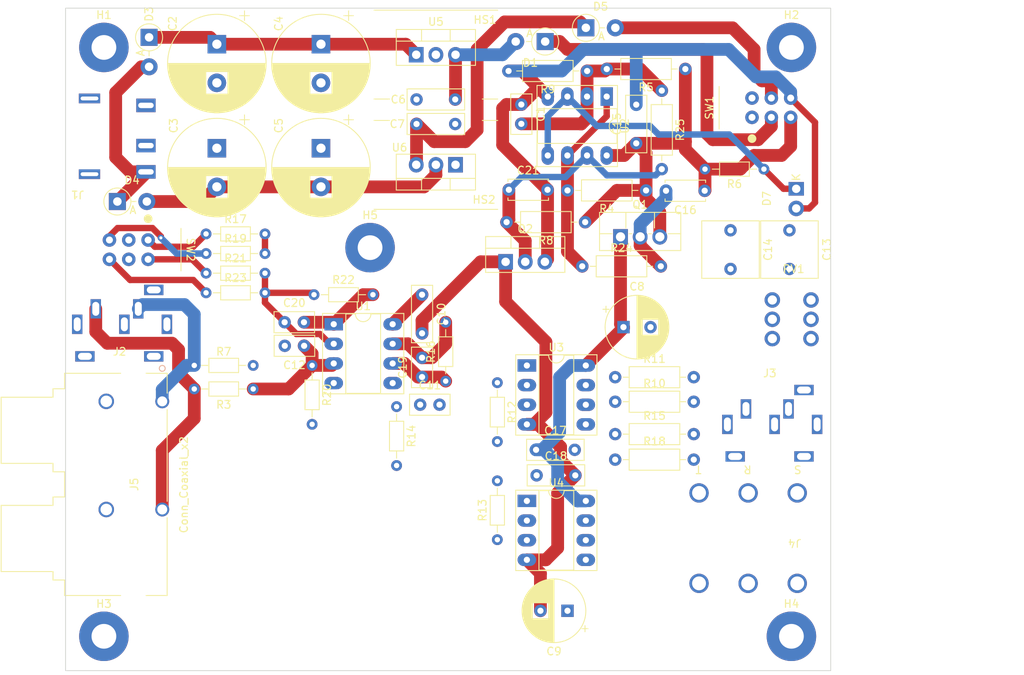
<source format=kicad_pcb>
(kicad_pcb (version 20211014) (generator pcbnew)
  (layers (0 "F.Cu" signal) (31 "B.Cu" power) (34 "B.Paste" user) (35 "F.Paste" user) (36 "B.SilkS" user "B.Silkscreen") (37 "F.SilkS" user "F.Silkscreen") (38 "B.Mask" user) (39 "F.Mask" user) (44 "Edge.Cuts" user))
  (net 0 "")
  (net 1 "/Power Supply/VAC-")
  (net 2 "Net-(C1-Pad2)")
  (net 3 "Net-(C2-Pad1)")
  (net 4 "GND")
  (net 5 "Net-(C3-Pad2)")
  (net 6 "Net-(C6-Pad1)")
  (net 7 "Net-(C7-Pad2)")
  (net 8 "+12V")
  (net 9 "-12V")
  (net 10 "Net-(C11-Pad1)")
  (net 11 "Net-(C12-Pad1)")
  (net 12 "/L_PRE")
  (net 13 "Net-(C13-Pad2)")
  (net 14 "/R_PRE")
  (net 15 "Net-(C14-Pad2)")
  (net 16 "/Power Supply/VAC+")
  (net 17 "Net-(C16-Pad2)")
  (net 18 "/R_GAIN")
  (net 19 "/L_GAIN")
  (net 20 "Net-(C21-Pad1)")
  (net 21 "Net-(D1-Pad1)")
  (net 22 "Net-(D3-Pad2)")
  (net 23 "Net-(D5-Pad2)")
  (net 24 "Net-(D7-Pad2)")
  (net 25 "GNDREF")
  (net 26 "/R_OUT")
  (net 27 "/L_OUT")
  (net 28 "/L_IN")
  (net 29 "Net-(R24-Pad1)")
  (net 30 "/R_IN")
  (net 31 "Net-(R10-Pad1)")
  (net 32 "Net-(R11-Pad1)")
  (net 33 "Net-(R15-Pad1)")
  (net 34 "Net-(R17-Pad1)")
  (net 35 "Net-(R18-Pad1)")
  (net 36 "Net-(R19-Pad1)")
  (net 37 "Net-(R21-Pad1)")
  (net 38 "Net-(R23-Pad1)")
  (net 41 "/L_VOL")
  (net 42 "/R_VOL")
  (footprint "Capacitor_THT:C_Rect_L7.2mm_W7.2mm_P5.00mm_FKS2_FKP2_MKS2_MKP2" (layer "F.Cu") (at 200.406 77.002 -90)
    (fp_text reference "C13")
    (fp_text value "2u2")
  )
  (footprint "Package_TO_SOT_THT:TO-220-3_Vertical" (layer "F.Cu") (at 163.703 81.082)
    (fp_text reference "Q2")
    (fp_text value "FQPF10N20C")
  )
  (footprint "uAmp-O2-Library:Connector_BarrelJack_Switchcraft_RAPC712S" (layer "F.Cu") (at 110.8964 66.04 180)
    (fp_text reference "J1")
    (fp_text value "Barrel_Jack_Switch")
  )
  (footprint "Resistor_THT:R_Axial_DIN0204_L3.6mm_D1.6mm_P7.62mm_Horizontal" (layer "F.Cu") (at 155.956 96.52 90)
    (fp_text reference "R16")
    (fp_text value "1k5")
  )
  (footprint "Resistor_THT:R_Axial_DIN0204_L3.6mm_D1.6mm_P7.62mm_Horizontal" (layer "F.Cu") (at 131.064 94.488 180)
    (fp_text reference "R7")
    (fp_text value "274")
  )
  (footprint "Resistor_THT:R_Axial_DIN0204_L3.6mm_D1.6mm_P7.62mm_Horizontal" (layer "F.Cu") (at 149.606 99.822 -90)
    (fp_text reference "R14")
    (fp_text value "10k")
  )
  (footprint "Capacitor_THT:C_Rect_L7.2mm_W2.5mm_P5.00mm_FKS2_FKP2_MKS2_MKP2" (layer "F.Cu") (at 157.186 63.246 180)
    (fp_text reference "C7")
    (fp_text value "0u22")
  )
  (footprint "Resistor_THT:R_Axial_DIN0207_L6.3mm_D2.5mm_P10.16mm_Horizontal" (layer "F.Cu") (at 174.244 56.388 180)
    (fp_text reference "R9")
    (fp_text value "33k")
  )
  (footprint "uAmp-O2-Library:PJRAS2X1S01AUX" (layer "F.Cu") (at 119.304 99.137825 -90)
    (fp_text reference "J5")
    (fp_text value "Conn_Coaxial_x2")
  )
  (footprint "MountingHole:MountingHole_3.2mm_M3_Pad" (layer "F.Cu") (at 200.66 53.34)
    (fp_text reference "H2")
    (fp_text value "M2")
  )
  (footprint "MountingHole:MountingHole_3.2mm_M3_Pad" (layer "F.Cu") (at 111.76 53.34)
    (fp_text reference "H1")
    (fp_text value "M2")
  )
  (footprint "Resistor_THT:R_Axial_DIN0204_L3.6mm_D1.6mm_P7.62mm_Horizontal" (layer "F.Cu") (at 123.444 97.536)
    (fp_text reference "R3")
    (fp_text value "274")
  )
  (footprint "Resistor_THT:R_Axial_DIN0204_L3.6mm_D1.6mm_P7.62mm_Horizontal" (layer "F.Cu") (at 124.968 85.09)
    (fp_text reference "R23")
    (fp_text value "274")
  )
  (footprint "Capacitor_THT:C_Disc_D5.0mm_W2.5mm_P2.50mm" (layer "F.Cu") (at 152.654 99.568)
    (fp_text reference "C11")
    (fp_text value "220p")
  )
  (footprint "Diode_THT:D_DO-41_SOD81_P3.81mm_Vertical_AnodeUp" (layer "F.Cu") (at 113.501818 73.279)
    (fp_text reference "D4")
    (fp_text value "1N4002")
  )
  (footprint "Resistor_THT:R_Axial_DIN0204_L3.6mm_D1.6mm_P7.62mm_Horizontal" (layer "F.Cu") (at 124.968 82.55)
    (fp_text reference "R21")
    (fp_text value "1k")
  )
  (footprint "MountingHole:MountingHole_3.2mm_M3_Pad" (layer "F.Cu") (at 111.76 129.54)
    (fp_text reference "H3")
    (fp_text value "M2")
  )
  (footprint "Package_DIP:DIP-8_W7.62mm_Socket_LongPads" (layer "F.Cu") (at 141.478 89.154)
    (fp_text reference "U1")
    (fp_text value "NJM2068D")
  )
  (footprint "Capacitor_THT:C_Disc_D5.0mm_W2.5mm_P2.50mm" (layer "F.Cu") (at 152.898 95.992 90)
    (fp_text reference "C19")
    (fp_text value "220p")
  )
  (footprint "Resistor_THT:R_Axial_DIN0207_L6.3mm_D2.5mm_P10.16mm_Horizontal" (layer "F.Cu") (at 183.896 58.928 -90)
    (fp_text reference "R25")
    (fp_text value "1M5")
  )
  (footprint "Capacitor_THT:CP_Radial_D12.5mm_P5.00mm" (layer "F.Cu") (at 126.365 66.383041 -90)
    (fp_text reference "C3")
    (fp_text value "470u")
  )
  (footprint "Capacitor_THT:C_Disc_D5.0mm_W2.5mm_P2.50mm" (layer "F.Cu") (at 165.735 60.726 -90)
    (fp_text reference "C1")
    (fp_text value "1u")
  )
  (footprint "Resistor_THT:R_Axial_DIN0204_L3.6mm_D1.6mm_P7.62mm_Horizontal" (layer "F.Cu") (at 197.104 69.088 180)
    (fp_text reference "R6")
    (fp_text value "40k2")
  )
  (footprint "Capacitor_THT:CP_Radial_D8.0mm_P3.50mm" (layer "F.Cu") (at 171.705651 126.238 180)
    (fp_text reference "C9")
    (fp_text value "220u")
  )
  (footprint "Resistor_THT:R_Axial_DIN0207_L6.3mm_D2.5mm_P10.16mm_Horizontal" (layer "F.Cu") (at 186.944 56.134 180)
    (fp_text reference "R5")
    (fp_text value "270k")
  )
  (footprint "Resistor_THT:R_Axial_DIN0204_L3.6mm_D1.6mm_P7.62mm_Horizontal" (layer "F.Cu") (at 162.6325 96.72 -90)
    (fp_text reference "R12")
    (fp_text value "40k2")
  )
  (footprint "uAmp-O2-Library:Switch_Button_DPDT_C&K_PN22SJNA03QE" (layer "F.Cu") (at 195.565 59.89)
    (fp_text reference "SW1")
    (fp_text value "SW_DPDT_x2")
  )
  (footprint "Resistor_THT:R_Axial_DIN0204_L3.6mm_D1.6mm_P7.62mm_Horizontal" (layer "F.Cu") (at 124.968 77.47)
    (fp_text reference "R17")
    (fp_text value "1k")
  )
  (footprint "uAmp-O2-Library:Connector_AudioJack_1.8mmTRS_SJ13535NS" (layer "F.Cu") (at 190.8841 101.219)
    (fp_text reference "J3")
    (fp_text value "AudioJack3_Switch")
  )
  (footprint "Capacitor_THT:C_Rect_L7.2mm_W2.5mm_P5.00mm_FKS2_FKP2_MKS2_MKP2" (layer "F.Cu") (at 167.7125 108.712)
    (fp_text reference "C18")
    (fp_text value "0u22")
  )
  (footprint "Resistor_THT:R_Axial_DIN0204_L3.6mm_D1.6mm_P7.62mm_Horizontal" (layer "F.Cu") (at 138.684 94.488 -90)
    (fp_text reference "R20")
    (fp_text value "10k")
  )
  (footprint "Capacitor_THT:C_Disc_D5.0mm_W2.5mm_P2.50mm" (layer "F.Cu") (at 137.648 91.948 180)
    (fp_text reference "C12")
    (fp_text value "220p")
  )
  (footprint "Package_DIP:DIP-8_W7.62mm_Socket_LongPads" (layer "F.Cu") (at 166.4525 94.498)
    (fp_text reference "U3")
    (fp_text value "NJM4556A")
  )
  (footprint "Package_DIP:DIP-8_W7.62mm_Socket_LongPads" (layer "F.Cu") (at 166.4525 112.024)
    (fp_text reference "U4")
    (fp_text value "NJM4556A")
  )
  (footprint "Resistor_THT:R_Axial_DIN0204_L3.6mm_D1.6mm_P7.62mm_Horizontal" (layer "F.Cu") (at 124.968 80.01)
    (fp_text reference "R19")
    (fp_text value "274")
  )
  (footprint "Capacitor_THT:C_Rect_L7.2mm_W2.5mm_P5.00mm_FKS2_FKP2_MKS2_MKP2" (layer "F.Cu") (at 157.186 60.071 180)
    (fp_text reference "C6")
    (fp_text value "0u22")
  )
  (footprint "Package_TO_SOT_THT:TO-220-3_Vertical" (layer "F.Cu") (at 157.226 68.524 180)
    (fp_text reference "U6")
    (fp_text value "MC7912ACTG")
  )
  (footprint "MountingHole:MountingHole_3.2mm_M3_Pad" (layer "F.Cu") (at 200.66 129.54)
    (fp_text reference "H4")
    (fp_text value "M2")
  )
  (footprint "uAmp-O2-Library:Heatsink_CUI_HSE-B2111-038" (layer "F.Cu") (at 154.686 74.041 180)
    (fp_text reference "HS2")
    (fp_text value "HSE-B2111-038" hide)
  )
  (footprint "uAmp-O2-Library:Connector_AudioJack_1.8mmTRS_SJ13535NS" (layer "F.Cu") (at 106.807 88.265)
    (fp_text reference "J2")
    (fp_text value "AudioJack3_Switch")
  )
  (footprint "uAmp-O2-Library:Switch_Button_DPDT_C&K_PN22SJNA03QE" (layer "F.Cu") (at 117.475 80.7575 180)
    (fp_text reference "SW2")
    (fp_text value "SW_GAIN")
  )
  (footprint "Capacitor_THT:C_Rect_L7.2mm_W2.5mm_P5.00mm_FKS2_FKP2_MKS2_MKP2" (layer "F.Cu") (at 152.898 85.334 -90)
    (fp_text reference "C10")
    (fp_text value "0u22")
  )
  (footprint "Resistor_THT:R_Axial_DIN0207_L6.3mm_D2.5mm_P10.16mm_Horizontal" (layer "F.Cu") (at 173.609 81.661)
    (fp_text reference "R24")
    (fp_text value "270k")
  )
  (footprint "Capacitor_THT:C_Rect_L7.2mm_W7.2mm_P5.00mm_FKS2_FKP2_MKS2_MKP2" (layer "F.Cu") (at 192.786 77.002 -90)
    (fp_text reference "C14")
    (fp_text value "2u2")
  )
  (footprint "Capacitor_THT:CP_Radial_D8.0mm_P3.50mm" (layer "F.Cu") (at 178.941349 89.535)
    (fp_text reference "C8")
    (fp_text value "220u")
  )
  (footprint "MountingHole:MountingHole_3.2mm_M3_Pad" (layer "F.Cu") (at 146.177 79.248)
    (fp_text reference "H5")
    (fp_text value "M2")
  )
  (footprint "uAmp-O2-Library:Potentiometer_Bourns_PTD902" (layer "F.Cu") (at 198.1925 88.519)
    (fp_text reference "RV1")
    (fp_text value "10k RK09")
  )
  (footprint "Resistor_THT:R_Axial_DIN0204_L3.6mm_D1.6mm_P7.62mm_Horizontal" (layer "F.Cu") (at 162.6325 117.04 90)
    (fp_text reference "R13")
    (fp_text value "40k2")
  )
  (footprint "Capacitor_THT:CP_Radial_D12.5mm_P5.00mm" (layer "F.Cu") (at 126.365 52.921041 -90)
    (fp_text reference "C2")
    (fp_text value "470u")
  )
  (footprint "uAmp-O2-Library:Heatsink_CUI_HSE-B2111-038" (layer "F.Cu") (at 154.686 48.768)
    (fp_text reference "HS1")
    (fp_text value "HSE-B2111-038" hide)
  )
  (footprint "Capacitor_THT:C_Rect_L7.2mm_W2.5mm_P5.00mm_FKS2_FKP2_MKS2_MKP2" (layer "F.Cu") (at 180.594 65.746 90)
    (fp_text reference "C15")
    (fp_text value "0u22")
  )
  (footprint "Capacitor_THT:CP_Radial_D12.5mm_P5.00mm" (layer "F.Cu") (at 139.827 66.383041 -90)
    (fp_text reference "C5")
    (fp_text value "470u")
  )
  (footprint "Diode_THT:D_DO-41_SOD81_P3.81mm_Vertical_AnodeUp" (layer "F.Cu") (at 174.080818 50.8)
    (fp_text reference "D5")
    (fp_text value "1N5818")
  )
  (footprint "Package_TO_SOT_THT:TO-220-3_Vertical" (layer "F.Cu") (at 152.146 54.285)
    (fp_text reference "U5")
    (fp_text value "MC7812ACTG")
  )
  (footprint "Capacitor_THT:CP_Radial_D12.5mm_P5.00mm" (layer "F.Cu") (at 139.827 52.921041 -90)
    (fp_text reference "C4")
    (fp_text value "470u")
  )
  (footprint "Resistor_THT:R_Axial_DIN0207_L6.3mm_D2.5mm_P10.16mm_Horizontal" (layer "F.Cu") (at 177.8725 106.68)
    (fp_text reference "R18")
    (fp_text value "1")
  )
  (footprint "Capacitor_THT:C_Disc_D5.0mm_W2.5mm_P5.00mm" (layer "F.Cu") (at 189.444 71.882 180)
    (fp_text reference "C16")
    (fp_text value "0u022")
  )
  (footprint "Resistor_THT:R_Axial_DIN0207_L6.3mm_D2.5mm_P10.16mm_Horizontal" (layer "F.Cu") (at 177.8725 103.378)
    (fp_text reference "R15")
    (fp_text value "1")
  )
  (footprint "Capacitor_THT:C_Disc_D5.0mm_W2.5mm_P5.00mm" (layer "F.Cu") (at 164.124 71.755)
    (fp_text reference "C21")
    (fp_text value "0u022")
  )
  (footprint "uAmp-O2-Library:LED_Dialight_551" (layer "F.Cu") (at 201.2815 72.903 90)
    (fp_text reference "D7")
    (fp_text value "LED")
  )
  (footprint "uAmp-O2-Library:Connector_AudioJack_3.5mmTRS_IO-TJ6HH" (layer "F.Cu") (at 205.6638 116.84 180)
    (fp_text reference "J4")
    (fp_text value "AudioJack3_Switch")
  )
  (footprint "Package_DIP:DIP-8_W7.62mm_Socket_LongPads" (layer "F.Cu") (at 176.774 59.7 -90)
    (fp_text reference "U2")
    (fp_text value "NJM2903D")
  )
  (footprint "Resistor_THT:R_Axial_DIN0207_L6.3mm_D2.5mm_P10.16mm_Horizontal" (layer "F.Cu") (at 177.8725 96.012)
    (fp_text reference "R11")
    (fp_text value "1")
  )
  (footprint "Capacitor_THT:C_Disc_D5.0mm_W2.5mm_P2.50mm" (layer "F.Cu") (at 135.128 88.9)
    (fp_text reference "C20")
    (fp_text value "220p")
  )
  (footprint "Capacitor_THT:C_Rect_L7.2mm_W2.5mm_P5.00mm_FKS2_FKP2_MKS2_MKP2" (layer "F.Cu") (at 167.64 105.41)
    (fp_text reference "C17")
    (fp_text value "0u22")
  )
  (footprint "Diode_THT:D_DO-41_SOD81_P3.81mm_Vertical_AnodeUp" (layer "F.Cu") (at 117.602 52.033818 -90)
    (fp_text reference "D3")
    (fp_text value "1N4002")
  )
  (footprint "Resistor_THT:R_Axial_DIN0207_L6.3mm_D2.5mm_P10.16mm_Horizontal" (layer "F.Cu") (at 177.8725 99.187)
    (fp_text reference "R10")
    (fp_text value "1")
  )
  (footprint "Resistor_THT:R_Axial_DIN0204_L3.6mm_D1.6mm_P7.62mm_Horizontal" (layer "F.Cu") (at 138.928 85.334)
    (fp_text reference "R22")
    (fp_text value "1k5")
  )
  (footprint "Diode_THT:D_DO-41_SOD81_P3.81mm_Vertical_AnodeUp" (layer "F.Cu") (at 168.819183 52.578 180)
    (fp_text reference "D1")
    (fp_text value "1N5818")
  )
  (footprint "Package_TO_SOT_THT:TO-220F-3_Vertical" (layer "F.Cu") (at 178.562 77.851)
    (fp_text reference "Q1")
    (fp_text value "FQU17P06T")
  )
  (footprint "Resistor_THT:R_Axial_DIN0207_L6.3mm_D2.5mm_P10.16mm_Horizontal" (layer "F.Cu") (at 181.864 71.842 180)
    (fp_text reference "R4")
    (fp_text value "270k")
  )
  (footprint "Resistor_THT:R_Axial_DIN0207_L6.3mm_D2.5mm_P10.16mm_Horizontal" (layer "F.Cu") (at 173.99 75.946 180)
    (fp_text reference "R8")
    (fp_text value "270k")
  )
  (gr_rect (start 106.807 48.26) (end 205.74 133.985) (layer "Edge.Cuts") (width 0.1) (fill none))
  (segment (start 169.124 80.741) (end 168.783 81.082) (width 1.65) (layer "F.Cu") (net 1))
  (segment (start 163.81 60.726) (end 163.322 61.214) (width 1.65) (layer "F.Cu") (net 1))
  (segment (start 203.708 73.406) (end 203.708 63.033) (width 0.825) (layer "F.Cu") (net 1))
  (segment (start 201.2815 74.173) (end 202.941 74.173) (width 0.825) (layer "F.Cu") (net 1))
  (segment (start 203.708 63.033) (end 200.565 59.89) (width 0.825) (layer "F.Cu") (net 1))
  (segment (start 163.322 61.214) (end 163.322 65.953) (width 1.65) (layer "F.Cu") (net 1))
  (segment (start 169.124 71.755) (end 169.124 80.741) (width 1.65) (layer "F.Cu") (net 1))
  (segment (start 165.842 56.388) (end 164.084 56.388) (width 1.65) (layer "F.Cu") (net 1))
  (segment (start 169.154 59.7) (end 168.138 58.684) (width 1.65) (layer "F.Cu") (net 1))
  (segment (start 168.138 58.684) (end 165.842 56.388) (width 1.65) (layer "F.Cu") (net 1))
  (segment (start 165.735 60.726) (end 163.81 60.726) (width 1.65) (layer "F.Cu") (net 1))
  (segment (start 167.777 58.684) (end 168.138 58.684) (width 1.65) (layer "F.Cu") (net 1))
  (segment (start 163.322 65.953) (end 169.124 71.755) (width 1.65) (layer "F.Cu") (net 1))
  (segment (start 165.735 60.726) (end 167.777 58.684) (width 1.65) (layer "F.Cu") (net 1))
  (segment (start 202.941 74.173) (end 203.708 73.406) (width 0.825) (layer "F.Cu") (net 1))
  (segment (start 192.532 53.594) (end 196.088 57.15) (width 1.65) (layer "B.Cu") (net 1))
  (segment (start 164.084 56.388) (end 170.942 56.388) (width 1.65) (layer "B.Cu") (net 1))
  (segment (start 173.736 53.594) (end 180.34 53.594) (width 1.65) (layer "B.Cu") (net 1))
  (segment (start 180.594 53.848) (end 180.34 53.594) (width 1.65) (layer "B.Cu") (net 1))
  (segment (start 198.628 57.15) (end 200.565 59.087) (width 1.65) (layer "B.Cu") (net 1))
  (segment (start 180.594 60.746) (end 180.594 53.848) (width 1.65) (layer "B.Cu") (net 1))
  (segment (start 196.088 57.15) (end 198.628 57.15) (width 1.65) (layer "B.Cu") (net 1))
  (segment (start 170.942 56.388) (end 173.736 53.594) (width 1.65) (layer "B.Cu") (net 1))
  (segment (start 200.565 59.087) (end 200.565 59.89) (width 1.65) (layer "B.Cu") (net 1))
  (segment (start 180.34 53.594) (end 192.532 53.594) (width 1.65) (layer "B.Cu") (net 1))
  (segment (start 174.244 56.388) (end 176.53 56.388) (width 1.65) (layer "F.Cu") (net 2))
  (segment (start 174.234 59.7) (end 174.234 56.398) (width 1.65) (layer "F.Cu") (net 2))
  (segment (start 176.784 56.134) (end 181.102 56.134) (width 1.65) (layer "F.Cu") (net 2))
  (segment (start 165.735 63.226) (end 173.462 63.226) (width 1.65) (layer "F.Cu") (net 2))
  (segment (start 176.53 56.388) (end 176.784 56.134) (width 1.65) (layer "F.Cu") (net 2))
  (segment (start 181.102 56.134) (end 183.896 58.928) (width 1.65) (layer "F.Cu") (net 2))
  (segment (start 173.462 63.226) (end 173.482 63.246) (width 1.65) (layer "F.Cu") (net 2))
  (segment (start 174.234 56.398) (end 174.244 56.388) (width 1.65) (layer "F.Cu") (net 2))
  (segment (start 174.234 62.494) (end 174.234 59.7) (width 1.65) (layer "F.Cu") (net 2))
  (segment (start 173.482 63.246) (end 174.234 62.494) (width 1.65) (layer "F.Cu") (net 2))
  (segment (start 125.477777 52.033818) (end 126.365 52.921041) (width 1.65) (layer "F.Cu") (net 3))
  (segment (start 150.782041 52.921041) (end 152.146 54.285) (width 1.65) (layer "F.Cu") (net 3))
  (segment (start 139.827 52.921041) (end 150.782041 52.921041) (width 1.65) (layer "F.Cu") (net 3))
  (segment (start 126.365 52.921041) (end 139.827 52.921041) (width 1.65) (layer "F.Cu") (net 3))
  (segment (start 117.602 52.033818) (end 125.477777 52.033818) (width 1.65) (layer "F.Cu") (net 3))
  (segment (start 124.469041 73.279) (end 126.365 71.383041) (width 1.65) (layer "F.Cu") (net 5))
  (segment (start 117.311818 73.279) (end 124.469041 73.279) (width 1.65) (layer "F.Cu") (net 5))
  (segment (start 154.686 69.85) (end 153.152959 71.383041) (width 1.65) (layer "F.Cu") (net 5))
  (segment (start 153.152959 71.383041) (end 139.827 71.383041) (width 1.65) (layer "F.Cu") (net 5))
  (segment (start 154.686 68.524) (end 154.686 69.85) (width 1.65) (layer "F.Cu") (net 5))
  (segment (start 139.827 71.383041) (end 126.365 71.383041) (width 1.65) (layer "F.Cu") (net 5))
  (segment (start 157.226 54.285) (end 157.226 60.031) (width 1.65) (layer "F.Cu") (net 6))
  (segment (start 157.226 60.031) (end 157.186 60.071) (width 1.65) (layer "F.Cu") (net 6))
  (segment (start 157.226 54.285) (end 163.302183 54.285) (width 1.65) (layer "B.Cu") (net 6))
  (segment (start 163.302183 54.285) (end 165.009183 52.578) (width 1.65) (layer "B.Cu") (net 6))
  (segment (start 173.318818 50.038) (end 174.080818 50.8) (width 1.65) (layer "F.Cu") (net 7))
  (segment (start 160.02 64.008) (end 160.02 53.594) (width 1.65) (layer "F.Cu") (net 7))
  (segment (start 152.186 63.246) (end 152.186 68.484) (width 1.65) (layer "F.Cu") (net 7))
  (segment (start 152.186 63.246) (end 154.472 65.532) (width 1.65) (layer "F.Cu") (net 7))
  (segment (start 160.02 53.594) (end 163.576 50.038) (width 1.65) (layer "F.Cu") (net 7))
  (segment (start 163.576 50.038) (end 173.318818 50.038) (width 1.65) (layer "F.Cu") (net 7))
  (segment (start 158.496 65.532) (end 160.02 64.008) (width 1.65) (layer "F.Cu") (net 7))
  (segment (start 152.186 68.484) (end 152.146 68.524) (width 1.65) (layer "F.Cu") (net 7))
  (segment (start 154.472 65.532) (end 158.496 65.532) (width 1.65) (layer "F.Cu") (net 7))
  (segment (start 178.941349 89.535) (end 178.941349 89.629151) (width 1.65) (layer "F.Cu") (net 8))
  (segment (start 178.562 77.851) (end 178.562 89.155651) (width 1.65) (layer "F.Cu") (net 8))
  (segment (start 178.562 89.155651) (end 178.941349 89.535) (width 1.65) (layer "F.Cu") (net 8))
  (segment (start 178.941349 89.629151) (end 174.0725 94.498) (width 1.65) (layer "F.Cu") (net 8))
  (segment (start 149.098 89.154) (end 149.098 89.134) (width 1.65) (layer "F.Cu") (net 8))
  (segment (start 149.098 89.134) (end 152.898 85.334) (width 1.65) (layer "F.Cu") (net 8))
  (segment (start 172.984 112.024) (end 170.434 109.474) (width 1.65) (layer "B.Cu") (net 8))
  (segment (start 170.688 103.124) (end 168.402 105.41) (width 1.65) (layer "B.Cu") (net 8))
  (segment (start 168.402 105.41) (end 167.64 105.41) (width 1.65) (layer "B.Cu") (net 8))
  (segment (start 174.0725 112.024) (end 172.984 112.024) (width 1.65) (layer "B.Cu") (net 8))
  (segment (start 172.202 94.498) (end 170.688 96.012) (width 1.65) (layer "B.Cu") (net 8))
  (segment (start 174.0725 94.498) (end 172.202 94.498) (width 1.65) (layer "B.Cu") (net 8))
  (segment (start 170.434 107.188) (end 168.656 105.41) (width 1.65) (layer "B.Cu") (net 8))
  (segment (start 170.434 109.474) (end 170.434 107.188) (width 1.65) (layer "B.Cu") (net 8))
  (segment (start 170.688 96.012) (end 170.688 103.124) (width 1.65) (layer "B.Cu") (net 8))
  (segment (start 168.656 105.41) (end 167.64 105.41) (width 1.65) (layer "B.Cu") (net 8))
  (segment (start 152.898 88.656) (end 152.898 90.334) (width 1.65) (layer "F.Cu") (net 9))
  (segment (start 163.703 81.082) (end 160.472 81.082) (width 1.65) (layer "F.Cu") (net 9))
  (segment (start 170.434 110.9905) (end 170.434 118.11) (width 1.65) (layer "F.Cu") (net 9))
  (segment (start 168.9 119.644) (end 166.4525 119.644) (width 1.65) (layer "F.Cu") (net 9))
  (segment (start 163.703 86.233) (end 168.91 91.44) (width 1.65) (layer "F.Cu") (net 9))
  (segment (start 170.434 118.11) (end 168.9 119.644) (width 1.65) (layer "F.Cu") (net 9))
  (segment (start 172.7125 108.712) (end 170.434 110.9905) (width 1.65) (layer "F.Cu") (net 9))
  (segment (start 168.91 100.584) (end 167.376 102.118) (width 1.65) (layer "F.Cu") (net 9))
  (segment (start 163.703 81.082) (end 163.703 86.233) (width 1.65) (layer "F.Cu") (net 9))
  (segment (start 168.91 91.44) (end 168.91 100.584) (width 1.65) (layer "F.Cu") (net 9))
  (segment (start 168.205651 126.238) (end 168.205651 121.397151) (width 1.65) (layer "F.Cu") (net 9))
  (segment (start 167.376 102.118) (end 166.4525 102.118) (width 1.65) (layer "F.Cu") (net 9))
  (segment (start 167.904 102.118) (end 170.815 105.029) (width 1.65) (layer "F.Cu") (net 9))
  (segment (start 166.4525 102.118) (end 167.904 102.118) (width 1.65) (layer "F.Cu") (net 9))
  (segment (start 170.815 106.8145) (end 172.7125 108.712) (width 1.65) (layer "F.Cu") (net 9))
  (segment (start 170.815 105.029) (end 170.815 106.8145) (width 1.65) (layer "F.Cu") (net 9))
  (segment (start 168.205651 121.397151) (end 166.4525 119.644) (width 1.65) (layer "F.Cu") (net 9))
  (segment (start 160.472 81.082) (end 152.898 88.656) (width 1.65) (layer "F.Cu") (net 9))
  (segment (start 141.224 94.488) (end 141.478 94.234) (width 1.65) (layer "F.Cu") (net 11))
  (segment (start 138.684 94.488) (end 138.684 92.984) (width 1.65) (layer "F.Cu") (net 11))
  (segment (start 131.064 97.536) (end 135.636 97.536) (width 1.65) (layer "F.Cu") (net 11))
  (segment (start 138.684 94.488) (end 141.224 94.488) (width 1.65) (layer "F.Cu") (net 11))
  (segment (start 138.684 92.984) (end 137.648 91.948) (width 1.65) (layer "F.Cu") (net 11))
  (segment (start 135.636 97.536) (end 138.684 94.488) (width 1.65) (layer "F.Cu") (net 11))
  (segment (start 146.548 85.334) (end 145.298 85.334) (width 1.65) (layer "F.Cu") (net 12))
  (segment (start 145.298 85.334) (end 141.478 89.154) (width 1.65) (layer "F.Cu") (net 12))
  (segment (start 141.224 88.9) (end 141.478 89.154) (width 1.65) (layer "F.Cu") (net 12))
  (segment (start 137.628 88.9) (end 141.224 88.9) (width 1.65) (layer "F.Cu") (net 12))
  (segment (start 151.1 91.694) (end 152.898 93.492) (width 1.65) (layer "F.Cu") (net 14))
  (segment (start 154.158 93.492) (end 155.956 91.694) (width 1.65) (layer "F.Cu") (net 14))
  (segment (start 152.898 93.492) (end 154.158 93.492) (width 1.65) (layer "F.Cu") (net 14))
  (segment (start 155.956 91.694) (end 155.956 88.9) (width 1.65) (layer "F.Cu") (net 14))
  (segment (start 149.098 91.694) (end 151.1 91.694) (width 1.65) (layer "F.Cu") (net 14))
  (segment (start 183.642 74.676) (end 183.642 77.851) (width 1.65) (layer "F.Cu") (net 16))
  (segment (start 200.565 62.39) (end 200.565 66.135) (width 1.65) (layer "F.Cu") (net 16))
  (segment (start 181.864 72.898) (end 183.642 74.676) (width 1.65) (layer "F.Cu") (net 16))
  (segment (start 189.484 71.842) (end 189.444 71.882) (width 1.65) (layer "F.Cu") (net 16))
  (segment (start 178.094 71.842) (end 181.864 71.842) (width 1.65) (layer "F.Cu") (net 16))
  (segment (start 186.944 56.134) (end 186.944 65.532) (width 1.65) (layer "F.Cu") (net 16))
  (segment (start 180.594 65.746) (end 186.73 65.746) (width 1.65) (layer "F.Cu") (net 16))
  (segment (start 173.99 75.946) (end 178.094 71.842) (width 1.65) (layer "F.Cu") (net 16))
  (segment (start 181.864 67.016) (end 180.594 65.746) (width 1.65) (layer "F.Cu") (net 16))
  (segment (start 186.944 65.532) (end 186.944 66.548) (width 1.65) (layer "F.Cu") (net 16))
  (segment (start 186.944 66.548) (end 189.484 69.088) (width 1.65) (layer "F.Cu") (net 16))
  (segment (start 176.774 67.32) (end 179.02 67.32) (width 1.65) (layer "F.Cu") (net 16))
  (segment (start 200.565 66.135) (end 199.39 67.31) (width 1.65) (layer "F.Cu") (net 16))
  (segment (start 189.484 69.088) (end 189.484 71.842) (width 1.65) (layer "F.Cu") (net 16))
  (segment (start 181.864 71.842) (end 181.864 67.016) (width 1.65) (layer "F.Cu") (net 16))
  (segment (start 194.056 69.088) (end 189.484 69.088) (width 1.65) (layer "F.Cu") (net 16))
  (segment (start 181.864 71.842) (end 181.864 72.898) (width 1.65) (layer "F.Cu") (net 16))
  (segment (start 186.73 65.746) (end 186.944 65.532) (width 1.65) (layer "F.Cu") (net 16))
  (segment (start 199.39 67.31) (end 195.834 67.31) (width 1.65) (layer "F.Cu") (net 16))
  (segment (start 195.834 67.31) (end 194.056 69.088) (width 1.65) (layer "F.Cu") (net 16))
  (segment (start 179.02 67.32) (end 180.594 65.746) (width 1.65) (layer "F.Cu") (net 16))
  (segment (start 181.102 78.994) (end 183.769 81.661) (width 1.65) (layer "F.Cu") (net 17))
  (segment (start 181.102 77.851) (end 181.102 78.994) (width 1.65) (layer "F.Cu") (net 17))
  (segment (start 181.102 77.851) (end 181.102 76.2) (width 1.65) (layer "B.Cu") (net 17))
  (segment (start 184.444 72.858) (end 184.444 71.882) (width 1.65) (layer "B.Cu") (net 17))
  (segment (start 181.102 76.2) (end 184.444 72.858) (width 1.65) (layer "B.Cu") (net 17))
  (segment (start 132.588 77.47) (end 132.588 80.01) (width 0.825) (layer "F.Cu") (net 18))
  (segment (start 150.622 94.234) (end 149.098 94.234) (width 1.65) (layer "F.Cu") (net 18))
  (segment (start 152.38 95.992) (end 150.622 94.234) (width 1.65) (layer "F.Cu") (net 18))
  (segment (start 152.898 95.992) (end 155.428 95.992) (width 1.65) (layer "F.Cu") (net 18))
  (segment (start 155.428 95.992) (end 155.956 96.52) (width 1.65) (layer "F.Cu") (net 18))
  (segment (start 152.898 95.992) (end 152.38 95.992) (width 1.65) (layer "F.Cu") (net 18))
  (segment (start 132.588 85.09) (end 138.684 85.09) (width 0.825) (layer "F.Cu") (net 19))
  (segment (start 139.7 90.424) (end 140.462 91.186) (width 0.825) (layer "F.Cu") (net 19))
  (segment (start 132.588 82.55) (end 132.588 85.09) (width 0.825) (layer "F.Cu") (net 19))
  (segment (start 132.588 85.09) (end 132.588 86.36) (width 0.825) (layer "F.Cu") (net 19))
  (segment (start 136.652 90.424) (end 139.7 90.424) (width 0.825) (layer "F.Cu") (net 19))
  (segment (start 132.588 86.36) (end 135.128 88.9) (width 0.825) (layer "F.Cu") (net 19))
  (segment (start 138.684 85.09) (end 138.928 85.334) (width 0.825) (layer "F.Cu") (net 19))
  (segment (start 135.128 88.9) (end 136.652 90.424) (width 0.825) (layer "F.Cu") (net 19))
  (segment (start 164.124 71.755) (end 164.124 75.652) (width 1.65) (layer "F.Cu") (net 20))
  (segment (start 163.83 75.946) (end 166.243 78.359) (width 1.65) (layer "F.Cu") (net 20))
  (segment (start 164.124 75.652) (end 163.83 75.946) (width 1.65) (layer "F.Cu") (net 20))
  (segment (start 166.243 78.359) (end 166.243 81.082) (width 1.65) (layer "F.Cu") (net 20))
  (segment (start 183.896 69.088) (end 183.096001 69.887999) (width 0.825) (layer "B.Cu") (net 20))
  (segment (start 183.096001 69.887999) (end 176.801999 69.887999) (width 0.825) (layer "B.Cu") (net 20))
  (segment (start 165.775 70.104) (end 164.124 71.755) (width 0.825) (layer "B.Cu") (net 20))
  (segment (start 174.234 67.32) (end 171.45 70.104) (width 0.825) (layer "B.Cu") (net 20))
  (segment (start 176.801999 69.887999) (end 174.234 67.32) (width 0.825) (layer "B.Cu") (net 20))
  (segment (start 171.45 70.104) (end 165.775 70.104) (width 0.825) (layer "B.Cu") (net 20))
  (segment (start 170.688 52.578) (end 171.704 53.594) (width 1.65) (layer "F.Cu") (net 21))
  (segment (start 189.738 54.102) (end 189.23 53.594) (width 1.65) (layer "F.Cu") (net 21))
  (segment (start 198.065 62.39) (end 198.065 63.555) (width 1.65) (layer "F.Cu") (net 21))
  (segment (start 190.5 65.278) (end 189.738 64.516) (width 1.65) (layer "F.Cu") (net 21))
  (segment (start 171.704 53.594) (end 189.23 53.594) (width 1.65) (layer "F.Cu") (net 21))
  (segment (start 168.819183 52.578) (end 170.688 52.578) (width 1.65) (layer "F.Cu") (net 21))
  (segment (start 189.738 64.516) (end 189.738 54.102) (width 1.65) (layer "F.Cu") (net 21))
  (segment (start 198.065 63.555) (end 196.342 65.278) (width 1.65) (layer "F.Cu") (net 21))
  (segment (start 196.342 65.278) (end 190.5 65.278) (width 1.65) (layer "F.Cu") (net 21))
  (segment (start 115.16 69.44) (end 113.284 67.564) (width 1.65) (layer "F.Cu") (net 22))
  (segment (start 117.1964 69.44) (end 117.1964 69.584418) (width 1.65) (layer "F.Cu") (net 22))
  (segment (start 117.1964 69.44) (end 115.16 69.44) (width 1.65) (layer "F.Cu") (net 22))
  (segment (start 113.284 59.182) (end 116.622182 55.843818) (width 1.65) (layer "F.Cu") (net 22))
  (segment (start 116.622182 55.843818) (end 117.602 55.843818) (width 1.65) (layer "F.Cu") (net 22))
  (segment (start 113.284 67.564) (end 113.284 59.182) (width 1.65) (layer "F.Cu") (net 22))
  (segment (start 117.1964 69.584418) (end 113.501818 73.279) (width 1.65) (layer "F.Cu") (net 22))
  (segment (start 196.85 57.658) (end 197.866 57.658) (width 1.65) (layer "F.Cu") (net 23))
  (segment (start 195.834 53.594) (end 195.834 56.642) (width 1.65) (layer "F.Cu") (net 23))
  (segment (start 195.834 56.642) (end 196.85 57.658) (width 1.65) (layer "F.Cu") (net 23))
  (segment (start 197.866 57.658) (end 198.065 57.857) (width 1.65) (layer "F.Cu") (net 23))
  (segment (start 177.890818 50.8) (end 193.04 50.8) (width 1.65) (layer "F.Cu") (net 23))
  (segment (start 198.065 57.857) (end 198.065 59.89) (width 1.65) (layer "F.Cu") (net 23))
  (segment (start 193.04 50.8) (end 195.834 53.594) (width 1.65) (layer "F.Cu") (net 23))
  (segment (start 199.644 71.628) (end 201.2765 71.628) (width 0.825) (layer "F.Cu") (net 24))
  (segment (start 201.2765 71.628) (end 201.2815 71.633) (width 0.825) (layer "F.Cu") (net 24))
  (segment (start 197.104 69.088) (end 199.644 71.628) (width 0.825) (layer "F.Cu") (net 24))
  (segment (start 175.494 63.5) (end 182.372 63.5) (width 0.825) (layer "B.Cu") (net 24))
  (segment (start 171.694 59.7) (end 175.494 63.5) (width 0.825) (layer "B.Cu") (net 24))
  (segment (start 182.372 63.5) (end 183.478501 64.606501) (width 0.825) (layer "B.Cu") (net 24))
  (segment (start 183.478501 64.606501) (end 192.622501 64.606501) (width 0.825) (layer "B.Cu") (net 24))
  (segment (start 192.622501 64.606501) (end 197.104 69.088) (width 0.825) (layer "B.Cu") (net 24))
  (segment (start 169.154 62.24) (end 171.694 59.7) (width 0.825) (layer "B.Cu") (net 24))
  (segment (start 169.154 67.32) (end 169.154 62.24) (width 0.825) (layer "B.Cu") (net 24))
  (segment (start 121.412 92.456) (end 121.412 95.504) (width 1.65) (layer "F.Cu") (net 28))
  (segment (start 119.304 105.486) (end 123.444 101.346) (width 1.65) (layer "F.Cu") (net 28))
  (segment (start 112.189 91.615) (end 120.571 91.615) (width 1.65) (layer "F.Cu") (net 28))
  (segment (start 123.444 101.346) (end 123.444 97.536) (width 1.65) (layer "F.Cu") (net 28))
  (segment (start 110.707 87.165) (end 110.707 90.133) (width 1.65) (layer "F.Cu") (net 28))
  (segment (start 120.571 91.615) (end 121.412 92.456) (width 1.65) (layer "F.Cu") (net 28))
  (segment (start 119.304 113.133225) (end 119.304 105.486) (width 1.65) (layer "F.Cu") (net 28))
  (segment (start 121.412 95.504) (end 123.444 97.536) (width 1.65) (layer "F.Cu") (net 28))
  (segment (start 110.707 90.133) (end 112.189 91.615) (width 1.65) (layer "F.Cu") (net 28))
  (segment (start 171.704 71.842) (end 171.704 79.756) (width 1.65) (layer "F.Cu") (net 29))
  (segment (start 176.774 62.24) (end 176.774 59.7) (width 0.825) (layer "F.Cu") (net 29))
  (segment (start 171.704 79.756) (end 173.609 81.661) (width 1.65) (layer "F.Cu") (net 29))
  (segment (start 171.704 71.842) (end 171.704 67.33) (width 1.65) (layer "F.Cu") (net 29))
  (segment (start 171.704 67.33) (end 171.694 67.32) (width 1.65) (layer "F.Cu") (net 29))
  (segment (start 171.694 67.32) (end 176.774 62.24) (width 0.825) (layer "F.Cu") (net 29))
  (segment (start 123.444 87.884) (end 123.444 94.488) (width 1.65) (layer "B.Cu") (net 30))
  (segment (start 122.174 86.614) (end 123.444 87.884) (width 1.65) (layer "B.Cu") (net 30))
  (segment (start 119.304 97.612) (end 119.304 99.137825) (width 1.65) (layer "B.Cu") (net 30))
  (segment (start 116.207 87.165) (end 116.758 86.614) (width 1.65) (layer "B.Cu") (net 30))
  (segment (start 123.444 94.488) (end 122.428 94.488) (width 1.65) (layer "B.Cu") (net 30))
  (segment (start 116.758 86.614) (end 122.174 86.614) (width 1.65) (layer "B.Cu") (net 30))
  (segment (start 122.428 94.488) (end 119.304 97.612) (width 1.65) (layer "B.Cu") (net 30))
  (segment (start 118.349999 79.132499) (end 123.305501 79.132499) (width 0.825) (layer "F.Cu") (net 34))
  (segment (start 117.475 78.2575) (end 118.349999 79.132499) (width 0.825) (layer "F.Cu") (net 34))
  (segment (start 123.305501 79.132499) (end 124.968 77.47) (width 0.825) (layer "F.Cu") (net 34))
  (segment (start 113.538 76.708) (end 112.475 77.771) (width 0.825) (layer "F.Cu") (net 36))
  (segment (start 118.029143 76.708) (end 113.538 76.708) (width 0.825) (layer "F.Cu") (net 36))
  (segment (start 119.126 77.978) (end 119.126 77.804857) (width 0.825) (layer "F.Cu") (net 36))
  (segment (start 119.126 77.804857) (end 118.029143 76.708) (width 0.825) (layer "F.Cu") (net 36))
  (segment (start 112.475 77.771) (end 112.475 78.2575) (width 0.825) (layer "F.Cu") (net 36))
  (via (at 119.126 77.978) (size 0.8) (drill 0.4) (layers "F.Cu" "B.Cu") (net 36))
  (segment (start 124.968 80.01) (end 121.158 80.01) (width 0.825) (layer "B.Cu") (net 36))
  (segment (start 121.158 80.01) (end 119.126 77.978) (width 0.825) (layer "B.Cu") (net 36))
  (segment (start 117.475 80.7575) (end 123.1755 80.7575) (width 0.825) (layer "F.Cu") (net 37))
  (segment (start 123.1755 80.7575) (end 124.968 82.55) (width 0.825) (layer "F.Cu") (net 37))
  (segment (start 115.145 83.4275) (end 123.3055 83.4275) (width 0.825) (layer "F.Cu") (net 38))
  (segment (start 112.475 80.7575) (end 115.145 83.4275) (width 0.825) (layer "F.Cu") (net 38))
  (segment (start 123.3055 83.4275) (end 124.968 85.09) (width 0.825) (layer "F.Cu") (net 38))
)
</source>
